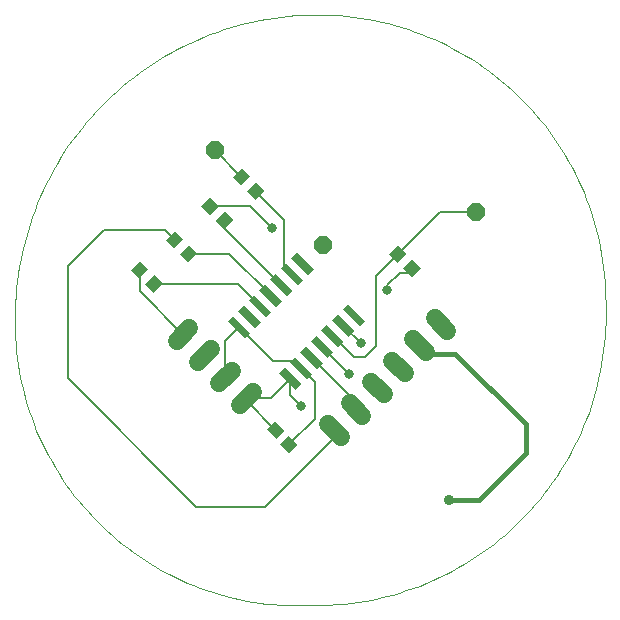
<source format=gtl>
G75*
%MOIN*%
%OFA0B0*%
%FSLAX24Y24*%
%IPPOS*%
%LPD*%
%AMOC8*
5,1,8,0,0,1.08239X$1,22.5*
%
%ADD10C,0.0000*%
%ADD11R,0.0260X0.0800*%
%ADD12R,0.0433X0.0394*%
%ADD13R,0.0394X0.0433*%
%ADD14C,0.0600*%
%ADD15C,0.0120*%
%ADD16OC8,0.0600*%
%ADD17C,0.0080*%
%ADD18C,0.0317*%
%ADD19C,0.0356*%
%ADD20C,0.0160*%
D10*
X009172Y000100D02*
X010109Y000100D01*
X009172Y000100D02*
X008944Y000112D01*
X008716Y000130D01*
X008488Y000153D01*
X008261Y000182D01*
X008035Y000216D01*
X007810Y000255D01*
X007586Y000300D01*
X007363Y000351D01*
X007141Y000407D01*
X006921Y000468D01*
X006702Y000534D01*
X006485Y000606D01*
X006270Y000683D01*
X006056Y000765D01*
X005845Y000852D01*
X005636Y000945D01*
X005429Y001042D01*
X005225Y001144D01*
X005023Y001252D01*
X004823Y001364D01*
X004627Y001480D01*
X004433Y001602D01*
X004243Y001728D01*
X004055Y001859D01*
X003871Y001994D01*
X003690Y002134D01*
X003512Y002278D01*
X003338Y002426D01*
X003168Y002579D01*
X003001Y002735D01*
X002838Y002896D01*
X002679Y003060D01*
X002525Y003228D01*
X002374Y003400D01*
X002227Y003576D01*
X002085Y003755D01*
X001947Y003937D01*
X001814Y004123D01*
X001685Y004312D01*
X001560Y004503D01*
X001441Y004698D01*
X001326Y004896D01*
X001216Y005096D01*
X001110Y005299D01*
X001010Y005505D01*
X000915Y005712D01*
X000824Y005922D01*
X000739Y006135D01*
X000659Y006349D01*
X000584Y006565D01*
X000515Y006783D01*
X000450Y007002D01*
X000391Y007223D01*
X000338Y007445D01*
X000290Y007669D01*
X000247Y007893D01*
X000209Y008119D01*
X000177Y008345D01*
X000151Y008572D01*
X000130Y008800D01*
X000115Y009028D01*
X000105Y009256D01*
X000100Y009485D01*
X000101Y009714D01*
X000108Y009942D01*
X010110Y000100D02*
X010348Y000103D01*
X010585Y000112D01*
X010822Y000127D01*
X011059Y000148D01*
X011295Y000174D01*
X011530Y000206D01*
X011765Y000244D01*
X011998Y000288D01*
X012231Y000337D01*
X012462Y000392D01*
X012692Y000453D01*
X012920Y000519D01*
X013146Y000591D01*
X013371Y000669D01*
X013594Y000752D01*
X013814Y000840D01*
X014033Y000934D01*
X014249Y001033D01*
X014462Y001137D01*
X014673Y001247D01*
X014881Y001361D01*
X015086Y001481D01*
X015288Y001606D01*
X015488Y001735D01*
X015683Y001870D01*
X015876Y002009D01*
X016065Y002153D01*
X016251Y002302D01*
X016432Y002455D01*
X016610Y002612D01*
X016784Y002774D01*
X016954Y002940D01*
X017120Y003110D01*
X017282Y003284D01*
X017440Y003462D01*
X017593Y003644D01*
X017741Y003829D01*
X017885Y004018D01*
X018024Y004211D01*
X018159Y004407D01*
X018288Y004606D01*
X018413Y004808D01*
X018533Y005013D01*
X018647Y005221D01*
X018757Y005432D01*
X018861Y005646D01*
X018960Y005862D01*
X019054Y006080D01*
X019142Y006301D01*
X019225Y006523D01*
X019303Y006748D01*
X019375Y006974D01*
X019441Y007202D01*
X019502Y007432D01*
X019557Y007663D01*
X019606Y007896D01*
X019650Y008129D01*
X019688Y008364D01*
X019720Y008599D01*
X019746Y008835D01*
X019767Y009072D01*
X019782Y009309D01*
X019791Y009547D01*
X019794Y009784D01*
X019793Y009784D02*
X019793Y010184D01*
X019790Y010420D01*
X019781Y010655D01*
X019767Y010890D01*
X019747Y011125D01*
X019721Y011359D01*
X019689Y011593D01*
X019652Y011825D01*
X019609Y012057D01*
X019560Y012288D01*
X019505Y012517D01*
X019445Y012745D01*
X019380Y012971D01*
X019308Y013196D01*
X019232Y013418D01*
X019150Y013639D01*
X019062Y013858D01*
X018969Y014075D01*
X018871Y014289D01*
X018768Y014501D01*
X018659Y014710D01*
X018546Y014916D01*
X018427Y015120D01*
X018303Y015321D01*
X018175Y015518D01*
X018042Y015712D01*
X017904Y015903D01*
X017761Y016091D01*
X017614Y016275D01*
X017462Y016455D01*
X017306Y016632D01*
X017145Y016804D01*
X016981Y016973D01*
X016812Y017137D01*
X016640Y017298D01*
X016463Y017454D01*
X016283Y017606D01*
X016099Y017753D01*
X015911Y017896D01*
X015720Y018034D01*
X015526Y018167D01*
X015329Y018295D01*
X015128Y018419D01*
X014924Y018538D01*
X014718Y018651D01*
X014509Y018760D01*
X014297Y018863D01*
X014083Y018961D01*
X013866Y019054D01*
X013647Y019142D01*
X013426Y019224D01*
X013204Y019300D01*
X012979Y019372D01*
X012753Y019437D01*
X012525Y019497D01*
X012296Y019552D01*
X012065Y019601D01*
X011833Y019644D01*
X011601Y019681D01*
X011367Y019713D01*
X011133Y019739D01*
X010898Y019759D01*
X010663Y019773D01*
X010428Y019782D01*
X010192Y019785D01*
X010191Y019785D02*
X009948Y019782D01*
X009704Y019773D01*
X009461Y019759D01*
X009218Y019738D01*
X008976Y019712D01*
X008734Y019679D01*
X008493Y019641D01*
X008254Y019597D01*
X008015Y019548D01*
X007778Y019492D01*
X007542Y019431D01*
X007307Y019364D01*
X007074Y019292D01*
X006844Y019214D01*
X006615Y019130D01*
X006388Y019041D01*
X006163Y018946D01*
X005941Y018846D01*
X005721Y018741D01*
X005504Y018630D01*
X005289Y018514D01*
X005078Y018393D01*
X004869Y018267D01*
X004664Y018136D01*
X004461Y018000D01*
X004262Y017859D01*
X004067Y017713D01*
X003875Y017563D01*
X003687Y017408D01*
X003503Y017249D01*
X003322Y017085D01*
X003146Y016917D01*
X002973Y016745D01*
X002805Y016568D01*
X002641Y016388D01*
X002482Y016203D01*
X002327Y016015D01*
X002177Y015823D01*
X002031Y015628D01*
X001890Y015429D01*
X001754Y015226D01*
X001623Y015021D01*
X001497Y014812D01*
X001376Y014601D01*
X001260Y014386D01*
X001149Y014169D01*
X001044Y013949D01*
X000944Y013727D01*
X000849Y013502D01*
X000760Y013276D01*
X000676Y013047D01*
X000598Y012816D01*
X000526Y012583D01*
X000459Y012349D01*
X000398Y012113D01*
X000342Y011875D01*
X000293Y011637D01*
X000249Y011397D01*
X000211Y011156D01*
X000178Y010914D01*
X000152Y010672D01*
X000131Y010429D01*
X000117Y010186D01*
X000108Y009942D01*
D11*
G36*
X007944Y009176D02*
X007760Y008992D01*
X007196Y009556D01*
X007380Y009740D01*
X007944Y009176D01*
G37*
G36*
X008298Y009529D02*
X008114Y009345D01*
X007550Y009909D01*
X007734Y010093D01*
X008298Y009529D01*
G37*
G36*
X008651Y009883D02*
X008467Y009699D01*
X007903Y010263D01*
X008087Y010447D01*
X008651Y009883D01*
G37*
G36*
X009005Y010237D02*
X008821Y010053D01*
X008257Y010617D01*
X008441Y010801D01*
X009005Y010237D01*
G37*
G36*
X009359Y010590D02*
X009175Y010406D01*
X008611Y010970D01*
X008795Y011154D01*
X009359Y010590D01*
G37*
G36*
X009712Y010944D02*
X009528Y010760D01*
X008964Y011324D01*
X009148Y011508D01*
X009712Y010944D01*
G37*
G36*
X010066Y011297D02*
X009882Y011113D01*
X009318Y011677D01*
X009502Y011861D01*
X010066Y011297D01*
G37*
G36*
X011777Y009586D02*
X011593Y009402D01*
X011029Y009966D01*
X011213Y010150D01*
X011777Y009586D01*
G37*
G36*
X011423Y009233D02*
X011239Y009049D01*
X010675Y009613D01*
X010859Y009797D01*
X011423Y009233D01*
G37*
G36*
X011070Y008879D02*
X010886Y008695D01*
X010322Y009259D01*
X010506Y009443D01*
X011070Y008879D01*
G37*
G36*
X010716Y008525D02*
X010532Y008341D01*
X009968Y008905D01*
X010152Y009089D01*
X010716Y008525D01*
G37*
G36*
X010363Y008172D02*
X010179Y007988D01*
X009615Y008552D01*
X009799Y008736D01*
X010363Y008172D01*
G37*
G36*
X010009Y007818D02*
X009825Y007634D01*
X009261Y008198D01*
X009445Y008382D01*
X010009Y007818D01*
G37*
G36*
X009656Y007465D02*
X009472Y007281D01*
X008908Y007845D01*
X009092Y008029D01*
X009656Y007465D01*
G37*
D12*
G36*
X008792Y005651D02*
X008494Y005962D01*
X008778Y006235D01*
X009076Y005924D01*
X008792Y005651D01*
G37*
G36*
X009255Y005167D02*
X008957Y005478D01*
X009241Y005751D01*
X009539Y005440D01*
X009255Y005167D01*
G37*
D13*
G36*
X004746Y011106D02*
X005025Y010827D01*
X004720Y010522D01*
X004441Y010801D01*
X004746Y011106D01*
G37*
G36*
X004273Y011580D02*
X004552Y011301D01*
X004247Y010996D01*
X003968Y011275D01*
X004273Y011580D01*
G37*
G36*
X005433Y012590D02*
X005712Y012311D01*
X005407Y012006D01*
X005128Y012285D01*
X005433Y012590D01*
G37*
G36*
X005906Y012116D02*
X006185Y011837D01*
X005880Y011532D01*
X005601Y011811D01*
X005906Y012116D01*
G37*
G36*
X007096Y013226D02*
X007375Y012947D01*
X007070Y012642D01*
X006791Y012921D01*
X007096Y013226D01*
G37*
G36*
X006623Y013700D02*
X006902Y013421D01*
X006597Y013116D01*
X006318Y013395D01*
X006623Y013700D01*
G37*
G36*
X007663Y014670D02*
X007942Y014391D01*
X007637Y014086D01*
X007358Y014365D01*
X007663Y014670D01*
G37*
G36*
X008136Y014196D02*
X008415Y013917D01*
X008110Y013612D01*
X007831Y013891D01*
X008136Y014196D01*
G37*
G36*
X012857Y011516D02*
X012578Y011795D01*
X012883Y012100D01*
X013162Y011821D01*
X012857Y011516D01*
G37*
G36*
X013330Y011042D02*
X013051Y011321D01*
X013356Y011626D01*
X013635Y011347D01*
X013330Y011042D01*
G37*
D14*
X014092Y009671D02*
X014516Y009247D01*
X013809Y008540D02*
X013385Y008964D01*
X012678Y008257D02*
X013102Y007832D01*
X012395Y007125D02*
X011971Y007550D01*
X011264Y006842D02*
X011688Y006418D01*
X010981Y005711D02*
X010557Y006135D01*
X008039Y007212D02*
X007615Y006788D01*
X006908Y007495D02*
X007332Y007920D01*
X006625Y008627D02*
X006201Y008202D01*
X005494Y008910D02*
X005918Y009334D01*
D15*
X010188Y012072D02*
X010128Y012012D01*
X010128Y012210D01*
X010268Y012350D01*
X010466Y012350D01*
X010606Y012210D01*
X010606Y012012D01*
X010466Y011872D01*
X010268Y011872D01*
X010128Y012012D01*
X010218Y012049D01*
X010218Y012173D01*
X010305Y012260D01*
X010429Y012260D01*
X010516Y012173D01*
X010516Y012049D01*
X010429Y011962D01*
X010305Y011962D01*
X010218Y012049D01*
X010308Y012086D01*
X010308Y012136D01*
X010342Y012170D01*
X010392Y012170D01*
X010426Y012136D01*
X010426Y012086D01*
X010392Y012052D01*
X010342Y012052D01*
X010308Y012086D01*
D16*
X006767Y015271D03*
X015487Y013221D03*
D17*
X008457Y003381D02*
X006157Y003381D01*
X001867Y007671D01*
X001867Y011391D01*
X003077Y012601D01*
X005117Y012601D01*
X005420Y012298D01*
X005893Y011824D02*
X007233Y011824D01*
X008631Y010427D01*
X008985Y010780D02*
X007083Y012681D01*
X007083Y012934D01*
X006610Y013408D02*
X007950Y013408D01*
X008687Y012671D01*
X009087Y012941D02*
X009087Y011385D01*
X009338Y011134D01*
X008277Y010073D02*
X007536Y010814D01*
X004733Y010814D01*
X004260Y010568D02*
X004260Y011288D01*
X004260Y010568D02*
X005706Y009122D01*
X007120Y008916D02*
X007120Y007707D01*
X007827Y007000D02*
X007827Y006900D01*
X008785Y005943D01*
X009248Y005459D02*
X010107Y006318D01*
X010107Y007537D01*
X009635Y008008D01*
X009402Y008241D01*
X008707Y008241D01*
X007582Y009366D01*
X007570Y009366D01*
X007120Y008916D01*
X007827Y007000D02*
X008627Y007000D01*
X009282Y007655D01*
X009282Y007096D01*
X009647Y006731D01*
X010769Y005923D02*
X010769Y005693D01*
X008457Y003381D01*
X011476Y006630D02*
X011476Y006875D01*
X009989Y008362D01*
X010342Y008715D02*
X011257Y007801D01*
X011257Y007791D01*
X011394Y008371D02*
X010696Y009069D01*
X011049Y009418D02*
X011637Y008841D01*
X011787Y008371D02*
X011394Y008371D01*
X011787Y008371D02*
X012147Y008731D01*
X012147Y011084D01*
X012870Y011808D01*
X014283Y013221D01*
X015487Y013221D01*
X013343Y011334D02*
X013190Y011181D01*
X012927Y011181D01*
X012507Y010761D01*
X012507Y010611D01*
X011049Y009423D02*
X011049Y009418D01*
X009087Y012941D02*
X008123Y013904D01*
X007650Y014378D02*
X006767Y015261D01*
X006767Y015271D01*
D18*
X008687Y012671D03*
X012507Y010611D03*
X011637Y008841D03*
X011257Y007791D03*
X009647Y006731D03*
D19*
X014577Y003621D03*
D20*
X015587Y003621D01*
X017137Y005171D01*
X017137Y006131D01*
X014787Y008481D01*
X013887Y008481D01*
X013616Y008752D01*
X013597Y008752D01*
M02*

</source>
